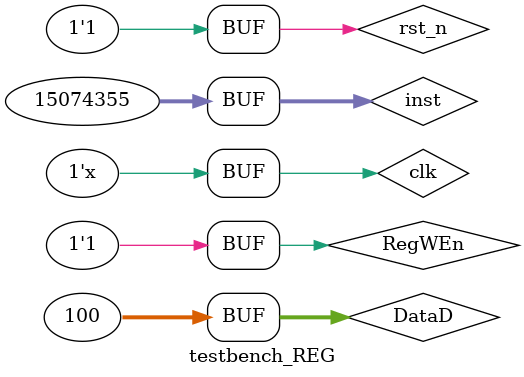
<source format=v>
/*  
    © Copyright by Pham Ngoc Lam
    			   Nguyen Van Chien
    			   Duong Van Bien
    Hanoi University of Science and Technology
    School of Electronic and Telecommunication
    EDABK Laboratory, 611 Ta Quan Buu Library
*/

`timescale 1ns/1ps
module testbench_REG();
reg			clk	  ;
reg			rst_n ;
reg  [31:0]	DataD ;
reg  [31:0]	inst  ;
reg 		RegWEn;
wire [31:0] DataA ;
wire [31:0] DataB ;

REG REG_test(
	.clk   	(clk	),
	.rst_n 	(rst_n 	),
	.DataD 	(DataD 	),
	.inst  	(inst  	),
	.RegWEn	(RegWEn	),
	.DataA 	(DataA 	),
	.DataB 	(DataB 	)
	);

always #10 clk = ~clk;
initial begin
	clk	  	= 0;
	rst_n 	= 0;
    #10
	rst_n 	= 1;
	DataD	= 100;
	inst	= 32'b00000000111001100000010000110011;
	RegWEn	= 1;
end
endmodule
</source>
